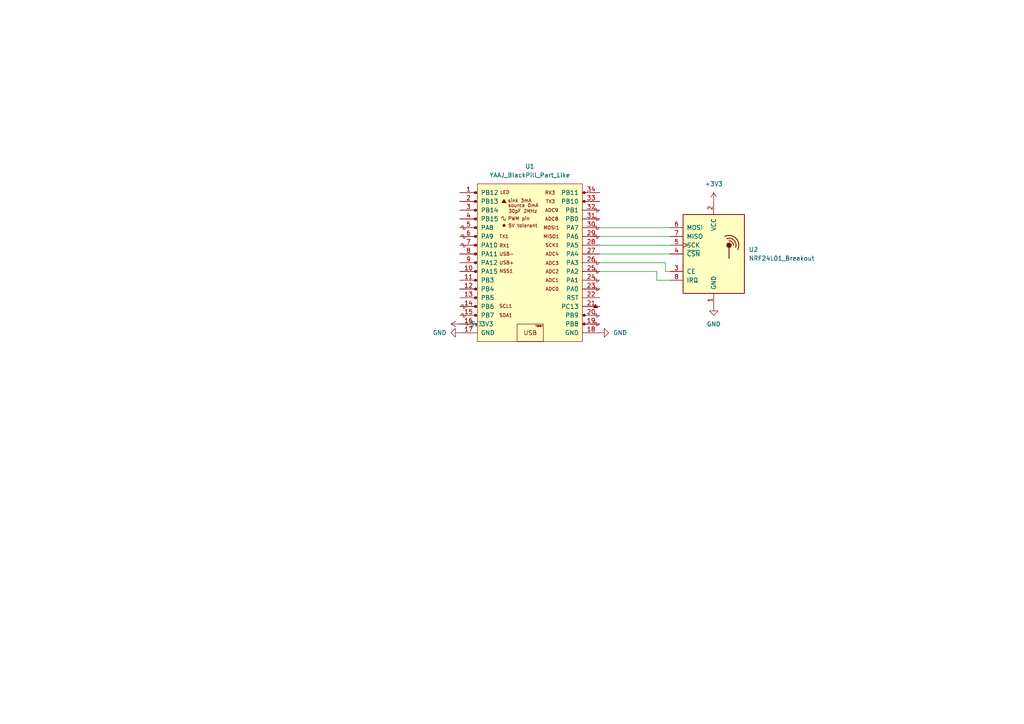
<source format=kicad_sch>
(kicad_sch (version 20211123) (generator eeschema)
  (paper "A4")
  (lib_symbols
    (symbol "RF:NRF24L01_Breakout" (pin_names (offset 1.016))
      (property "Reference" "U" (at -8.89 12.7 0))
      (property "Value" "NRF24L01_Breakout" (at 3.81 12.7 0))
      (symbol "NRF24L01_Breakout_0_1"
        (rectangle (start -8.89 11.43) (end 8.89 -11.43) (stroke (width 0.254)) (fill (type background)))
        (polyline (pts (xy 4.445 1.905) (xy 4.445 -1.27)) (stroke (width 0.254)))
        (circle (center 4.445 2.54) (radius 0.635) (stroke (width 0.254)) (fill (type outline)))
        (arc (start 5.715 2.54) (mid 5.3559 3.4509) (end 4.445 3.81) (stroke (width 0.254)))
        (arc (start 6.35 1.905) (mid 5.8833 3.9783) (end 3.81 4.445) (stroke (width 0.254)))
        (arc (start 6.985 1.27) (mid 6.453 4.548) (end 3.175 5.08) (stroke (width 0.254)))
      )
      (symbol "NRF24L01_Breakout_1_1"
        (pin power_in line (at 0 -15.24 90) (length 3.81) (name "GND") (number "1"))
        (pin power_in line (at 0 15.24 270) (length 3.81) (name "VCC") (number "2"))
        (pin input line (at -12.7 -5.08 0) (length 3.81) (name "CE") (number "3"))
        (pin input line (at -12.7 0 0) (length 3.81) (name "~{CSN}") (number "4"))
        (pin input clock (at -12.7 2.54 0) (length 3.81) (name "SCK") (number "5"))
        (pin input line (at -12.7 7.62 0) (length 3.81) (name "MOSI") (number "6"))
        (pin output line (at -12.7 5.08 0) (length 3.81) (name "MISO") (number "7"))
        (pin output line (at -12.7 -7.62 0) (length 3.81) (name "IRQ") (number "8"))
      )
    )
    (symbol "YAAJ_BlackPill_Part_Like:YAAJ_BlackPill_Part_Like" (pin_names (offset 1.016))
      (property "Reference" "U" (at -13.97 24.13 0))
      (property "Value" "YAAJ_BlackPill_Part_Like" (at 0 -3.81 90))
      (symbol "YAAJ_BlackPill_Part_Like_0_0"
        (circle (center -15.748 -15.24) (radius 0.3556) (fill (type outline)))
        (circle (center -15.748 -12.7) (radius 0.3556) (fill (type outline)))
        (circle (center -15.748 -10.16) (radius 0.3556) (fill (type outline)))
        (circle (center -15.748 -7.62) (radius 0.3556) (fill (type outline)))
        (circle (center -15.748 -5.08) (radius 0.3556) (fill (type outline)))
        (circle (center -15.748 -2.54) (radius 0.3556) (fill (type outline)))
        (circle (center -15.748 0) (radius 0.3556) (fill (type outline)))
        (circle (center -15.748 2.54) (radius 0.3556) (fill (type outline)))
        (circle (center -15.748 5.08) (radius 0.3556) (fill (type outline)))
        (circle (center -15.748 7.62) (radius 0.3556) (fill (type outline)))
        (circle (center -15.748 10.16) (radius 0.3556) (fill (type outline)))
        (circle (center -15.748 12.7) (radius 0.3556) (fill (type outline)))
        (circle (center -15.748 15.24) (radius 0.3556) (fill (type outline)))
        (circle (center -15.748 20.32) (radius 0.3556) (fill (type outline)))
        (circle (center -7.493 10.795) (radius 0.127) (fill (type outline)))
        (circle (center -7.493 10.795) (radius 0.254))
        (circle (center -7.493 10.795) (radius 0.3556))
        (polyline (pts (xy -8.128 17.399) (xy -7.493 18.415) (xy -6.858 17.399) (xy -8.128 17.399) (xy -7.493 18.288) (xy -6.985 17.399) (xy -8.001 17.526) (xy -7.493 18.161) (xy -7.112 17.399) (xy -7.874 17.653) (xy -7.366 18.034) (xy -7.239 17.399) (xy -7.747 17.78) (xy -7.239 17.907) (xy -7.366 17.526) (xy -7.62 17.78) (xy -7.366 17.653) (xy -7.493 17.907)))
        (polyline (pts (xy 18.415 -13.081) (xy 19.05 -12.065) (xy 19.685 -13.081) (xy 18.415 -13.081) (xy 19.05 -12.192) (xy 19.558 -13.081) (xy 18.542 -12.954) (xy 19.05 -12.319) (xy 19.431 -13.081) (xy 18.669 -12.827) (xy 19.177 -12.446) (xy 19.304 -13.081) (xy 18.796 -12.7) (xy 19.304 -12.573) (xy 19.177 -12.954) (xy 18.923 -12.7) (xy 19.177 -12.827) (xy 19.05 -12.573)))
        (circle (center 15.748 -17.78) (radius 0.3556) (fill (type outline)))
        (circle (center 15.748 -15.24) (radius 0.3556) (fill (type outline)))
        (circle (center 15.748 17.78) (radius 0.254) (fill (type outline)))
        (circle (center 15.748 17.78) (radius 0.3556))
        (circle (center 15.748 20.32) (radius 0.254) (fill (type outline)))
        (circle (center 15.748 20.32) (radius 0.3556))
        (text "30pF 2MHz" (at -2.032 14.986 0) (effects (font (size 0.9906 0.9906))))
        (text "5V tolerant" (at -2.032 10.795 0) (effects (font (size 0.9906 0.9906))))
        (text "ADC0" (at 6.477 -7.62 0) (effects (font (size 0.9906 0.9906))))
        (text "ADC1" (at 6.477 -5.08 0) (effects (font (size 0.9906 0.9906))))
        (text "ADC2" (at 6.477 -2.54 0) (effects (font (size 0.9906 0.9906))))
        (text "ADC3" (at 6.477 -0.127 0) (effects (font (size 0.9906 0.9906))))
        (text "ADC4" (at 6.477 2.54 0) (effects (font (size 0.9906 0.9906))))
        (text "ADC8" (at 6.35 12.7 0) (effects (font (size 0.9906 0.9906))))
        (text "ADC9" (at 6.35 15.24 0) (effects (font (size 0.9906 0.9906))))
        (text "LED" (at -7.239 20.447 0) (effects (font (size 0.9906 0.9906))))
        (text "MISO1" (at 6.223 7.62 0) (effects (font (size 0.9906 0.9906))))
        (text "MOSI1" (at 6.223 10.16 0) (effects (font (size 0.9906 0.9906))))
        (text "NSS1" (at -6.858 -2.413 0) (effects (font (size 0.9906 0.9906))))
        (text "PWM pin" (at -3.175 12.827 0) (effects (font (size 0.9906 0.9906))))
        (text "RX1" (at -7.366 4.953 0) (effects (font (size 0.9906 0.9906))))
        (text "RX3" (at 5.842 20.32 0) (effects (font (size 0.9906 0.9906))))
        (text "SCK1" (at 6.477 5.08 0) (effects (font (size 0.9906 0.9906))))
        (text "SCL1" (at -6.985 -12.573 0) (effects (font (size 0.9906 0.9906))))
        (text "SDA1" (at -6.985 -15.24 0) (effects (font (size 0.9906 0.9906))))
        (text "sink 3mA" (at -2.921 18.034 0) (effects (font (size 0.9906 0.9906))))
        (text "source 0mA" (at -1.905 16.637 0) (effects (font (size 0.9906 0.9906))))
        (text "TX1" (at -7.493 7.62 0) (effects (font (size 0.9906 0.9906))))
        (text "TX3" (at 5.969 17.78 0) (effects (font (size 0.9906 0.9906))))
        (text "USB" (at 0.127 -20.32 0) (effects (font (size 1.27 1.27))))
        (text "USB+" (at -6.731 0 0) (effects (font (size 0.9906 0.9906))))
        (text "USB-" (at -6.731 2.54 0) (effects (font (size 0.9906 0.9906))))
        (text "Y@@J" (at 2.667 -18.288 0) (effects (font (size 0.508 0.508))))
      )
      (symbol "YAAJ_BlackPill_Part_Like_0_1"
        (rectangle (start -15.24 22.86) (end 15.24 -22.86) (fill (type background)))
        (polyline (pts (xy -18.796 -15.24) (xy -18.796 -15.748) (xy -19.304 -15.748) (xy -19.304 -14.732) (xy -19.812 -14.732) (xy -19.812 -15.24)))
        (polyline (pts (xy -18.796 -12.7) (xy -18.796 -13.208) (xy -19.304 -13.208) (xy -19.304 -12.192) (xy -19.812 -12.192) (xy -19.812 -12.7)))
        (polyline (pts (xy -18.796 5.08) (xy -18.796 4.572) (xy -19.304 4.572) (xy -19.304 5.588) (xy -19.812 5.588) (xy -19.812 5.08)))
        (polyline (pts (xy -18.796 7.62) (xy -18.796 7.112) (xy -19.304 7.112) (xy -19.304 8.128) (xy -19.812 8.128) (xy -19.812 7.62)))
        (polyline (pts (xy -18.796 10.16) (xy -18.796 9.652) (xy -19.304 9.652) (xy -19.304 10.668) (xy -19.812 10.668) (xy -19.812 10.16)))
        (polyline (pts (xy -7.112 12.827) (xy -7.112 12.319) (xy -7.62 12.319) (xy -7.62 13.335) (xy -8.128 13.335) (xy -8.128 12.827)))
        (polyline (pts (xy 18.796 -17.78) (xy 18.796 -17.272) (xy 19.304 -17.272) (xy 19.304 -18.288) (xy 19.812 -18.288) (xy 19.812 -17.78)))
        (polyline (pts (xy 18.796 -15.24) (xy 18.796 -14.732) (xy 19.304 -14.732) (xy 19.304 -15.748) (xy 19.812 -15.748) (xy 19.812 -15.24)))
        (polyline (pts (xy 19.812 -7.62) (xy 19.812 -8.128) (xy 19.304 -8.128) (xy 19.304 -7.112) (xy 18.796 -7.112) (xy 18.796 -7.62)))
        (polyline (pts (xy 19.812 -5.08) (xy 19.812 -5.588) (xy 19.304 -5.588) (xy 19.304 -4.572) (xy 18.796 -4.572) (xy 18.796 -5.08)))
        (polyline (pts (xy 19.812 -2.54) (xy 19.812 -3.048) (xy 19.304 -3.048) (xy 19.304 -2.032) (xy 18.796 -2.032) (xy 18.796 -2.54)))
        (polyline (pts (xy 19.812 0) (xy 19.812 -0.508) (xy 19.304 -0.508) (xy 19.304 0.508) (xy 18.796 0.508) (xy 18.796 0)))
        (polyline (pts (xy 19.812 7.62) (xy 19.812 7.112) (xy 19.304 7.112) (xy 19.304 8.128) (xy 18.796 8.128) (xy 18.796 7.62)))
        (polyline (pts (xy 19.812 10.16) (xy 19.812 9.652) (xy 19.304 9.652) (xy 19.304 10.668) (xy 18.796 10.668) (xy 18.796 10.16)))
        (polyline (pts (xy 19.812 12.7) (xy 19.812 12.192) (xy 19.304 12.192) (xy 19.304 13.208) (xy 18.796 13.208) (xy 18.796 12.7)))
        (polyline (pts (xy 19.812 15.24) (xy 19.812 14.732) (xy 19.304 14.732) (xy 19.304 15.748) (xy 18.796 15.748) (xy 18.796 15.24)))
        (rectangle (start 3.937 -17.78) (end -3.683 -22.86))
      )
      (symbol "YAAJ_BlackPill_Part_Like_1_1"
        (circle (center -15.748 17.78) (radius 0.3556) (fill (type outline)))
        (pin bidirectional line (at -20.32 20.32 0) (length 5.08) (name "PB12") (number "1"))
        (pin bidirectional line (at -20.32 -2.54 0) (length 5.08) (name "PA15") (number "10"))
        (pin bidirectional line (at -20.32 -5.08 0) (length 5.08) (name "PB3") (number "11"))
        (pin bidirectional line (at -20.32 -7.62 0) (length 5.08) (name "PB4") (number "12"))
        (pin bidirectional line (at -20.32 -10.16 0) (length 5.08) (name "PB5") (number "13"))
        (pin bidirectional line (at -20.32 -12.7 0) (length 5.08) (name "PB6") (number "14"))
        (pin bidirectional line (at -20.32 -15.24 0) (length 5.08) (name "PB7") (number "15"))
        (pin power_in line (at -20.32 -17.78 0) (length 5.08) (name "3V3") (number "16"))
        (pin power_in line (at -20.32 -20.32 0) (length 5.08) (name "GND") (number "17"))
        (pin power_in line (at 20.32 -20.32 180) (length 5.08) (name "GND") (number "18"))
        (pin bidirectional line (at 20.32 -17.78 180) (length 5.08) (name "PB8") (number "19"))
        (pin bidirectional line (at -20.32 17.78 0) (length 5.08) (name "PB13") (number "2"))
        (pin bidirectional line (at 20.32 -15.24 180) (length 5.08) (name "PB9") (number "20"))
        (pin bidirectional line (at 20.32 -12.7 180) (length 5.08) (name "PC13") (number "21"))
        (pin input line (at 20.32 -10.16 180) (length 5.08) (name "RST") (number "22"))
        (pin bidirectional line (at 20.32 -7.62 180) (length 5.08) (name "PA0") (number "23"))
        (pin bidirectional line (at 20.32 -5.08 180) (length 5.08) (name "PA1") (number "24"))
        (pin bidirectional line (at 20.32 -2.54 180) (length 5.08) (name "PA2") (number "25"))
        (pin bidirectional line (at 20.32 0 180) (length 5.08) (name "PA3") (number "26"))
        (pin bidirectional line (at 20.32 2.54 180) (length 5.08) (name "PA4") (number "27"))
        (pin bidirectional line (at 20.32 5.08 180) (length 5.08) (name "PA5") (number "28"))
        (pin bidirectional line (at 20.32 7.62 180) (length 5.08) (name "PA6") (number "29"))
        (pin bidirectional line (at -20.32 15.24 0) (length 5.08) (name "PB14") (number "3"))
        (pin bidirectional line (at 20.32 10.16 180) (length 5.08) (name "PA7") (number "30"))
        (pin bidirectional line (at 20.32 12.7 180) (length 5.08) (name "PB0") (number "31"))
        (pin bidirectional line (at 20.32 15.24 180) (length 5.08) (name "PB1") (number "32"))
        (pin bidirectional line (at 20.32 17.78 180) (length 5.08) (name "PB10") (number "33"))
        (pin bidirectional line (at 20.32 20.32 180) (length 5.08) (name "PB11") (number "34"))
        (pin bidirectional line (at -20.32 12.7 0) (length 5.08) (name "PB15") (number "4"))
        (pin bidirectional line (at -20.32 10.16 0) (length 5.08) (name "PA8") (number "5"))
        (pin bidirectional line (at -20.32 7.62 0) (length 5.08) (name "PA9") (number "6"))
        (pin bidirectional line (at -20.32 5.08 0) (length 5.08) (name "PA10") (number "7"))
        (pin bidirectional line (at -20.32 2.54 0) (length 5.08) (name "PA11") (number "8"))
        (pin bidirectional line (at -20.32 0 0) (length 5.08) (name "PA12") (number "9"))
      )
    )
    (symbol "power:+3.3V" (power) (pin_names (offset 0))
      (property "Value" "+3.3V" (at 0 3.556 0))
      (symbol "+3.3V_0_1"
        (polyline (pts (xy -0.762 1.27) (xy 0 2.54)))
        (polyline (pts (xy 0 0) (xy 0 2.54)))
        (polyline (pts (xy 0 2.54) (xy 0.762 1.27)))
      )
      (symbol "+3.3V_1_1"
        (pin power_in line (at 0 0 90) (length 0) hide (name "+3V3") (number "1"))
      )
    )
    (symbol "power:GND" (power) (pin_names (offset 0))
      (property "Value" "GND" (at 0 -3.81 0))
      (symbol "GND_0_1"
        (polyline (pts (xy 0 0) (xy 0 -1.27) (xy 1.27 -1.27) (xy 0 -2.54) (xy -1.27 -1.27) (xy 0 -1.27)))
      )
      (symbol "GND_1_1"
        (pin power_in line (at 0 0 270) (length 0) hide (name "GND") (number "1"))
      )
    )
  )
  (wire (pts (xy 173.99 68.58) (xy 194.31 68.58)))
  (wire (pts (xy 193.04 76.2) (xy 173.99 76.2)))
  (wire (pts (xy 190.5 78.74) (xy 173.99 78.74)))
  (wire (pts (xy 173.99 71.12) (xy 194.31 71.12)))
  (wire (pts (xy 194.31 78.74) (xy 193.04 78.74)))
  (wire (pts (xy 194.31 81.28) (xy 190.5 81.28)))
  (wire (pts (xy 193.04 78.74) (xy 193.04 76.2)))
  (wire (pts (xy 173.99 73.66) (xy 194.31 73.66)))
  (wire (pts (xy 190.5 81.28) (xy 190.5 78.74)))
  (wire (pts (xy 173.99 66.04) (xy 194.31 66.04)))
  (symbol (lib_id "power:+3.3V") (at 133.35 93.98 90) (unit 1)
    (property "Reference" "#PWR0102" (effects hide))
    (property "Value" "+3.3V" (at 134.62 93.9799 90) (effects (justify right)))
  )
  (symbol (lib_id "RF:NRF24L01_Breakout") (at 207.01 73.66 0) (unit 1)
    (property "Reference" "U2" (at 217.17 72.3899 0) (effects (justify left)))
    (property "Value" "NRF24L01_Breakout" (at 217.17 74.9299 0) (effects (justify left)))
    (property "Footprint" "RF_Module:nRF24L01_Breakout" (effects hide))
    (property "Datasheet" "http://www.nordicsemi.com/eng/content/download/2730/34105/file/nRF24L01_Product_Specification_v2_0.pdf" (effects hide))
  )
  (symbol (lib_id "power:GND") (at 173.99 96.52 90) (unit 1)
    (property "Reference" "#PWR0103" (effects hide))
    (property "Value" "GND" (at 177.8 96.5199 90) (effects (justify right)))
  )
  (symbol (lib_id "power:GND") (at 207.01 88.9 0) (unit 1)
    (property "Reference" "#PWR0101" (effects hide))
    (property "Value" "GND" (at 207.01 93.98 0))
  )
  (symbol (lib_id "YAAJ_BlackPill_Part_Like:YAAJ_BlackPill_Part_Like") (at 153.67 76.2 0) (unit 1)
    (property "Reference" "U1" (at 153.67 48.26 0))
    (property "Value" "YAAJ_BlackPill_Part_Like" (at 153.67 50.8 0))
    (property "Footprint" "Footprints:YAAJ_BlackPill_1" (effects hide))
  )
  (symbol (lib_id "power:GND") (at 133.35 96.52 270) (unit 1)
    (property "Reference" "#PWR0104" (effects hide))
    (property "Value" "GND" (at 129.54 96.5199 90) (effects (justify right)))
  )
  (symbol (lib_id "power:+3.3V") (at 207.01 58.42 0) (unit 1)
    (property "Reference" "#PWR0105" (effects hide))
    (property "Value" "+3.3V" (at 207.01 53.34 0))
  )
)
</source>
